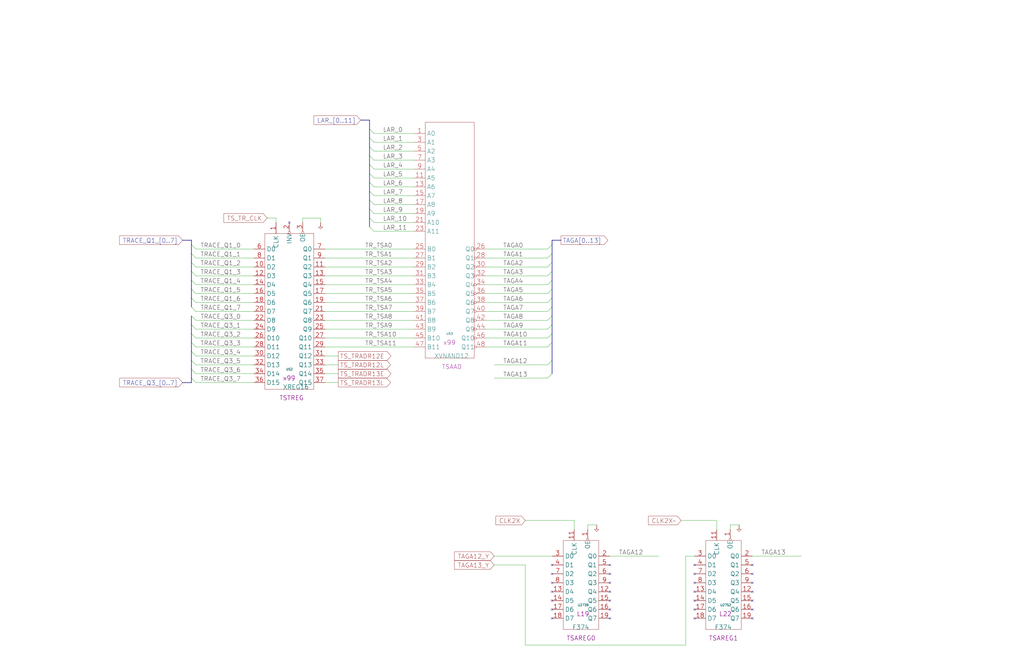
<source format=kicad_sch>
(kicad_sch (version 20221004) (generator eeschema)
  (paper "User" 584.2 378.46)
  (title_block (title "TAG STORE ADDRESS BUFFERS") (date "08-MAR-90") (rev "0.0") (comment 1 "MEM32 BOARD") (comment 2 "232-003066") (comment 3 "S400") (comment 4 "RELEASED"))
  (lib_symbols
    (symbol "r1000:F374" (pin_names (offset 1.016))
      (property "Reference" "U" (at 2.54 5.08 0))
      (property "Value" "F374" (at -3.81 -7.62 0))
      (property "Location" "___" (at -1.27 0 0))
      (property "Name" "______" (at 1.27 -15.24 0))
      (symbol "F374_1_1"
        (rectangle (start -8.89 41.91) (end 11.43 -8.89))
        (circle (center 5.08 42.545) (radius 0.635))
        (pin input line (at 5.08 48.26 270) (length 5.08) (name "OE") (number "1"))
        (pin input line (at -2.54 48.26 270) (length 6.35) (name "CLK") (number "11"))
        (pin tri_state line (at 17.78 12.7 180) (length 6.35) (name "Q4") (number "12"))
        (pin input line (at -15.24 12.7 0) (length 6.35) (name "D4") (number "13"))
        (pin input line (at -15.24 7.62 0) (length 6.35) (name "D5") (number "14"))
        (pin tri_state line (at 17.78 7.62 180) (length 6.35) (name "Q5") (number "15"))
        (pin tri_state line (at 17.78 2.54 180) (length 6.35) (name "Q6") (number "16"))
        (pin input line (at -15.24 2.54 0) (length 6.35) (name "D6") (number "17"))
        (pin input line (at -15.24 -2.54 0) (length 6.35) (name "D7") (number "18"))
        (pin tri_state line (at 17.78 -2.54 180) (length 6.35) (name "Q7") (number "19"))
        (pin tri_state line (at 17.78 33.02 180) (length 6.35) (name "Q0") (number "2"))
        (pin input line (at -15.24 33.02 0) (length 6.35) (name "D0") (number "3"))
        (pin input line (at -15.24 27.94 0) (length 6.35) (name "D1") (number "4"))
        (pin tri_state line (at 17.78 27.94 180) (length 6.35) (name "Q1") (number "5"))
        (pin tri_state line (at 17.78 22.86 180) (length 6.35) (name "Q2") (number "6"))
        (pin input line (at -15.24 22.86 0) (length 6.35) (name "D2") (number "7"))
        (pin input line (at -15.24 17.78 0) (length 6.35) (name "D3") (number "8"))
        (pin tri_state line (at 17.78 17.78 180) (length 6.35) (name "Q3") (number "9"))
      )
    )
    (symbol "r1000:PD" (power) (pin_numbers hide) (pin_names hide) (in_bom no)
      (symbol "PD_0_1"
        (polyline (pts (xy 0 -2.54) (xy 1.27 -2.54) (xy 0 -3.81) (xy -1.27 -2.54) (xy 0 -2.54)) (stroke (width 0.1524)))
      )
      (symbol "PD_1_1"
        (pin power_in line (at 0 0 270) (length 2.54) (name "PD") (number "1"))
      )
    )
    (symbol "r1000:XREG16" (pin_names (offset 1.016))
      (property "Reference" "U" (at 2.54 5.08 0))
      (property "Value" "XREG16" (at -1.27 -5.08 0))
      (property "Location" "___" (at -1.27 0 0))
      (property "Name" "______" (at 3.81 -12.7 0))
      (symbol "XREG16_1_1"
        (rectangle (start -11.43 82.55) (end 16.51 -6.35))
        (circle (center 2.54 83.185) (radius 0.635))
        (circle (center 10.16 83.185) (radius 0.635))
        (pin input line (at -5.08 88.9 270) (length 6.35) (name "CLK") (number "1"))
        (pin input line (at -17.78 63.5 0) (length 6.35) (name "D2") (number "10"))
        (pin tri_state line (at 22.86 63.5 180) (length 6.35) (name "Q2") (number "11"))
        (pin input line (at -17.78 58.42 0) (length 6.35) (name "D3") (number "12"))
        (pin tri_state line (at 22.86 58.42 180) (length 6.35) (name "Q3") (number "13"))
        (pin input line (at -17.78 53.34 0) (length 6.35) (name "D4") (number "14"))
        (pin tri_state line (at 22.86 53.34 180) (length 6.35) (name "Q4") (number "15"))
        (pin input line (at -17.78 48.26 0) (length 6.35) (name "D5") (number "16"))
        (pin tri_state line (at 22.86 48.26 180) (length 6.35) (name "Q5") (number "17"))
        (pin input line (at -17.78 43.18 0) (length 6.35) (name "D6") (number "18"))
        (pin tri_state line (at 22.86 43.18 180) (length 6.35) (name "Q6") (number "19"))
        (pin input line (at 2.54 88.9 270) (length 5.08) (name "INV") (number "2"))
        (pin input line (at -17.78 38.1 0) (length 6.35) (name "D7") (number "20"))
        (pin tri_state line (at 22.86 38.1 180) (length 6.35) (name "Q7") (number "21"))
        (pin input line (at -17.78 33.02 0) (length 6.35) (name "D8") (number "22"))
        (pin tri_state line (at 22.86 33.02 180) (length 6.35) (name "Q8") (number "23"))
        (pin input line (at -17.78 27.94 0) (length 6.35) (name "D9") (number "24"))
        (pin tri_state line (at 22.86 27.94 180) (length 6.35) (name "Q9") (number "25"))
        (pin input line (at -17.78 22.86 0) (length 6.35) (name "D10") (number "26"))
        (pin tri_state line (at 22.86 22.86 180) (length 6.35) (name "Q10") (number "27"))
        (pin input line (at -17.78 17.78 0) (length 6.35) (name "D11") (number "28"))
        (pin tri_state line (at 22.86 17.78 180) (length 6.35) (name "Q11") (number "29"))
        (pin input line (at 10.16 88.9 270) (length 5.08) (name "OE") (number "3"))
        (pin input line (at -17.78 12.7 0) (length 6.35) (name "D12") (number "30"))
        (pin tri_state line (at 22.86 12.7 180) (length 6.35) (name "Q12") (number "31"))
        (pin input line (at -17.78 7.62 0) (length 6.35) (name "D13") (number "32"))
        (pin tri_state line (at 22.86 7.62 180) (length 6.35) (name "Q13") (number "33"))
        (pin input line (at -17.78 2.54 0) (length 6.35) (name "D14") (number "34"))
        (pin tri_state line (at 22.86 2.54 180) (length 6.35) (name "Q14") (number "35"))
        (pin input line (at -17.78 -2.54 0) (length 6.35) (name "D15") (number "36"))
        (pin tri_state line (at 22.86 -2.54 180) (length 6.35) (name "Q15") (number "37"))
        (pin input line (at -17.78 73.66 0) (length 6.35) (name "D0") (number "6"))
        (pin tri_state line (at 22.86 73.66 180) (length 6.35) (name "Q0") (number "7"))
        (pin input line (at -17.78 68.58 0) (length 6.35) (name "D1") (number "8"))
        (pin tri_state line (at 22.86 68.58 180) (length 6.35) (name "Q1") (number "9"))
      )
    )
    (symbol "r1000:XVNAND12" (pin_names (offset 1.016))
      (property "Reference" "U" (at 2.54 5.08 0))
      (property "Value" "XVNAND12" (at -6.35 -7.62 0))
      (property "Location" "___" (at -1.27 0 0))
      (property "Name" "______" (at 3.81 -15.24 0))
      (symbol "XVNAND12_1_1"
        (rectangle (start -11.43 125.73) (end 16.51 -8.89))
        (circle (center 17.145 -2.54) (radius 0.635))
        (circle (center 17.145 2.54) (radius 0.635))
        (circle (center 17.145 7.62) (radius 0.635))
        (circle (center 17.145 12.7) (radius 0.635))
        (circle (center 17.145 17.78) (radius 0.635))
        (circle (center 17.145 22.86) (radius 0.635))
        (circle (center 17.145 27.94) (radius 0.635))
        (circle (center 17.145 33.02) (radius 0.635))
        (circle (center 17.145 38.1) (radius 0.635))
        (circle (center 17.145 43.18) (radius 0.635))
        (circle (center 17.145 48.26) (radius 0.635))
        (circle (center 17.145 53.34) (radius 0.635))
        (pin input line (at -17.78 119.38 0) (length 6.35) (name "A0") (number "1"))
        (pin input line (at -17.78 93.98 0) (length 6.35) (name "A5") (number "11"))
        (pin input line (at -17.78 88.9 0) (length 6.35) (name "A6") (number "13"))
        (pin input line (at -17.78 83.82 0) (length 6.35) (name "A7") (number "15"))
        (pin input line (at -17.78 78.74 0) (length 6.35) (name "A8") (number "17"))
        (pin input line (at -17.78 73.66 0) (length 6.35) (name "A9") (number "19"))
        (pin input line (at -17.78 68.58 0) (length 6.35) (name "A10") (number "21"))
        (pin input line (at -17.78 63.5 0) (length 6.35) (name "A11") (number "23"))
        (pin input line (at -17.78 53.34 0) (length 6.35) (name "B0") (number "25"))
        (pin output line (at 22.86 53.34 180) (length 5.08) (name "Q0") (number "26"))
        (pin input line (at -17.78 48.26 0) (length 6.35) (name "B1") (number "27"))
        (pin output line (at 22.86 48.26 180) (length 5.08) (name "Q1") (number "28"))
        (pin input line (at -17.78 43.18 0) (length 6.35) (name "B2") (number "29"))
        (pin input line (at -17.78 114.3 0) (length 6.35) (name "A1") (number "3"))
        (pin output line (at 22.86 43.18 180) (length 5.08) (name "Q2") (number "30"))
        (pin input line (at -17.78 38.1 0) (length 6.35) (name "B3") (number "31"))
        (pin output line (at 22.86 38.1 180) (length 5.08) (name "Q3") (number "32"))
        (pin input line (at -17.78 33.02 0) (length 6.35) (name "B4") (number "33"))
        (pin output line (at 22.86 33.02 180) (length 5.08) (name "Q4") (number "34"))
        (pin input line (at -17.78 27.94 0) (length 6.35) (name "B5") (number "35"))
        (pin output line (at 22.86 27.94 180) (length 5.08) (name "Q5") (number "36"))
        (pin input line (at -17.78 22.86 0) (length 6.35) (name "B6") (number "37"))
        (pin output line (at 22.86 22.86 180) (length 5.08) (name "Q6") (number "38"))
        (pin input line (at -17.78 17.78 0) (length 6.35) (name "B7") (number "39"))
        (pin output line (at 22.86 17.78 180) (length 5.08) (name "Q7") (number "40"))
        (pin input line (at -17.78 12.7 0) (length 6.35) (name "B8") (number "41"))
        (pin output line (at 22.86 12.7 180) (length 5.08) (name "Q8") (number "42"))
        (pin input line (at -17.78 7.62 0) (length 6.35) (name "B9") (number "43"))
        (pin output line (at 22.86 7.62 180) (length 5.08) (name "Q9") (number "44"))
        (pin input line (at -17.78 2.54 0) (length 6.35) (name "B10") (number "45"))
        (pin output line (at 22.86 2.54 180) (length 5.08) (name "Q10") (number "46"))
        (pin input line (at -17.78 -2.54 0) (length 6.35) (name "B11") (number "47"))
        (pin output line (at 22.86 -2.54 180) (length 5.08) (name "Q11") (number "48"))
        (pin input line (at -17.78 109.22 0) (length 6.35) (name "A2") (number "5"))
        (pin input line (at -17.78 104.14 0) (length 6.35) (name "A3") (number "7"))
        (pin input line (at -17.78 99.06 0) (length 6.35) (name "A4") (number "9"))
      )
    )
  )
  (no_connect (at 347.98 347.98))
  (no_connect (at 347.98 342.9))
  (no_connect (at 429.26 322.58))
  (no_connect (at 429.26 327.66))
  (no_connect (at 429.26 332.74))
  (no_connect (at 396.24 322.58))
  (no_connect (at 396.24 327.66))
  (no_connect (at 396.24 332.74))
  (no_connect (at 396.24 342.9))
  (no_connect (at 396.24 337.82))
  (no_connect (at 396.24 347.98))
  (no_connect (at 429.26 347.98))
  (no_connect (at 314.96 347.98))
  (no_connect (at 347.98 337.82))
  (no_connect (at 314.96 353.06))
  (no_connect (at 429.26 337.82))
  (no_connect (at 347.98 322.58))
  (no_connect (at 347.98 327.66))
  (no_connect (at 347.98 332.74))
  (no_connect (at 314.96 337.82))
  (no_connect (at 165.1 127))
  (no_connect (at 429.26 353.06))
  (no_connect (at 429.26 342.9))
  (no_connect (at 396.24 353.06))
  (no_connect (at 314.96 342.9))
  (no_connect (at 347.98 353.06))
  (no_connect (at 314.96 322.58))
  (no_connect (at 314.96 327.66))
  (no_connect (at 314.96 332.74))
  (bus_entry (at 314.96 149.86) (size -2.54 2.54))
  (bus_entry (at 314.96 213.36) (size -2.54 2.54))
  (bus_entry (at 109.22 170.18) (size 2.54 2.54))
  (bus_entry (at 210.82 78.74) (size 2.54 2.54))
  (bus_entry (at 109.22 195.58) (size 2.54 2.54))
  (bus_entry (at 210.82 109.22) (size 2.54 2.54))
  (bus_entry (at 314.96 144.78) (size -2.54 2.54))
  (bus_entry (at 109.22 190.5) (size 2.54 2.54))
  (bus_entry (at 109.22 185.42) (size 2.54 2.54))
  (bus_entry (at 210.82 73.66) (size 2.54 2.54))
  (bus_entry (at 109.22 210.82) (size 2.54 2.54))
  (bus_entry (at 210.82 88.9) (size 2.54 2.54))
  (bus_entry (at 109.22 165.1) (size 2.54 2.54))
  (bus_entry (at 314.96 180.34) (size -2.54 2.54))
  (bus_entry (at 210.82 119.38) (size 2.54 2.54))
  (bus_entry (at 314.96 190.5) (size -2.54 2.54))
  (bus_entry (at 314.96 165.1) (size -2.54 2.54))
  (bus_entry (at 109.22 154.94) (size 2.54 2.54))
  (bus_entry (at 314.96 154.94) (size -2.54 2.54))
  (bus_entry (at 109.22 175.26) (size 2.54 2.54))
  (bus_entry (at 210.82 99.06) (size 2.54 2.54))
  (bus_entry (at 109.22 144.78) (size 2.54 2.54))
  (bus_entry (at 314.96 205.74) (size -2.54 2.54))
  (bus_entry (at 314.96 185.42) (size -2.54 2.54))
  (bus_entry (at 314.96 170.18) (size -2.54 2.54))
  (bus_entry (at 210.82 93.98) (size 2.54 2.54))
  (bus_entry (at 314.96 195.58) (size -2.54 2.54))
  (bus_entry (at 109.22 160.02) (size 2.54 2.54))
  (bus_entry (at 109.22 205.74) (size 2.54 2.54))
  (bus_entry (at 314.96 160.02) (size -2.54 2.54))
  (bus_entry (at 109.22 149.86) (size 2.54 2.54))
  (bus_entry (at 314.96 139.7) (size -2.54 2.54))
  (bus_entry (at 109.22 180.34) (size 2.54 2.54))
  (bus_entry (at 210.82 104.14) (size 2.54 2.54))
  (bus_entry (at 109.22 215.9) (size 2.54 2.54))
  (bus_entry (at 210.82 83.82) (size 2.54 2.54))
  (bus_entry (at 109.22 200.66) (size 2.54 2.54))
  (bus_entry (at 210.82 129.54) (size 2.54 2.54))
  (bus_entry (at 109.22 139.7) (size 2.54 2.54))
  (bus_entry (at 314.96 175.26) (size -2.54 2.54))
  (bus_entry (at 210.82 124.46) (size 2.54 2.54))
  (bus_entry (at 210.82 114.3) (size 2.54 2.54))
  (bus (pts (xy 104.14 137.16) (xy 109.22 137.16)))
  (bus (pts (xy 320.04 137.16) (xy 314.96 137.16)))
  (wire (pts (xy 429.26 317.5) (xy 457.2 317.5)))
  (wire (pts (xy 182.88 127) (xy 182.88 124.46)))
  (wire (pts (xy 276.86 172.72) (xy 312.42 172.72)))
  (wire (pts (xy 111.76 167.64) (xy 144.78 167.64)))
  (wire (pts (xy 276.86 182.88) (xy 312.42 182.88)))
  (bus (pts (xy 109.22 160.02) (xy 109.22 165.1)))
  (bus (pts (xy 210.82 109.22) (xy 210.82 114.3)))
  (wire (pts (xy 111.76 142.24) (xy 144.78 142.24)))
  (bus (pts (xy 314.96 165.1) (xy 314.96 170.18)))
  (wire (pts (xy 276.86 162.56) (xy 312.42 162.56)))
  (wire (pts (xy 236.22 96.52) (xy 213.36 96.52)))
  (bus (pts (xy 210.82 93.98) (xy 210.82 99.06)))
  (wire (pts (xy 236.22 91.44) (xy 213.36 91.44)))
  (wire (pts (xy 111.76 157.48) (xy 144.78 157.48)))
  (wire (pts (xy 276.86 193.04) (xy 312.42 193.04)))
  (wire (pts (xy 111.76 187.96) (xy 144.78 187.96)))
  (bus (pts (xy 109.22 210.82) (xy 109.22 215.9)))
  (wire (pts (xy 281.94 317.5) (xy 314.96 317.5)))
  (wire (pts (xy 111.76 218.44) (xy 144.78 218.44)))
  (wire (pts (xy 276.86 177.8) (xy 312.42 177.8)))
  (wire (pts (xy 281.94 208.28) (xy 312.42 208.28)))
  (wire (pts (xy 236.22 111.76) (xy 213.36 111.76)))
  (wire (pts (xy 185.42 157.48) (xy 236.22 157.48)))
  (wire (pts (xy 185.42 152.4) (xy 236.22 152.4)))
  (wire (pts (xy 276.86 198.12) (xy 312.42 198.12)))
  (bus (pts (xy 109.22 144.78) (xy 109.22 149.86)))
  (wire (pts (xy 185.42 177.8) (xy 236.22 177.8)))
  (wire (pts (xy 111.76 198.12) (xy 144.78 198.12)))
  (wire (pts (xy 236.22 101.6) (xy 213.36 101.6)))
  (wire (pts (xy 111.76 152.4) (xy 144.78 152.4)))
  (wire (pts (xy 185.42 208.28) (xy 193.04 208.28)))
  (bus (pts (xy 314.96 185.42) (xy 314.96 190.5)))
  (bus (pts (xy 109.22 218.44) (xy 109.22 215.9)))
  (bus (pts (xy 205.74 68.58) (xy 210.82 68.58)))
  (wire (pts (xy 185.42 167.64) (xy 236.22 167.64)))
  (bus (pts (xy 109.22 195.58) (xy 109.22 200.66)))
  (wire (pts (xy 182.88 124.46) (xy 172.72 124.46)))
  (wire (pts (xy 276.86 152.4) (xy 312.42 152.4)))
  (bus (pts (xy 109.22 190.5) (xy 109.22 195.58)))
  (bus (pts (xy 210.82 78.74) (xy 210.82 83.82)))
  (wire (pts (xy 185.42 147.32) (xy 236.22 147.32)))
  (wire (pts (xy 276.86 147.32) (xy 312.42 147.32)))
  (wire (pts (xy 408.94 297.18) (xy 408.94 302.26)))
  (wire (pts (xy 185.42 198.12) (xy 236.22 198.12)))
  (bus (pts (xy 109.22 165.1) (xy 109.22 170.18)))
  (bus (pts (xy 109.22 205.74) (xy 109.22 210.82)))
  (wire (pts (xy 327.66 297.18) (xy 327.66 302.26)))
  (wire (pts (xy 276.86 167.64) (xy 312.42 167.64)))
  (bus (pts (xy 210.82 73.66) (xy 210.82 78.74)))
  (bus (pts (xy 210.82 68.58) (xy 210.82 73.66)))
  (bus (pts (xy 109.22 170.18) (xy 109.22 175.26)))
  (wire (pts (xy 185.42 203.2) (xy 193.04 203.2)))
  (bus (pts (xy 109.22 139.7) (xy 109.22 144.78)))
  (wire (pts (xy 111.76 162.56) (xy 144.78 162.56)))
  (wire (pts (xy 388.62 297.18) (xy 408.94 297.18)))
  (wire (pts (xy 236.22 132.08) (xy 213.36 132.08)))
  (bus (pts (xy 210.82 124.46) (xy 210.82 129.54)))
  (wire (pts (xy 185.42 213.36) (xy 193.04 213.36)))
  (wire (pts (xy 185.42 142.24) (xy 236.22 142.24)))
  (wire (pts (xy 157.48 124.46) (xy 157.48 127)))
  (wire (pts (xy 111.76 177.8) (xy 144.78 177.8)))
  (bus (pts (xy 314.96 149.86) (xy 314.96 154.94)))
  (wire (pts (xy 172.72 124.46) (xy 172.72 127)))
  (wire (pts (xy 185.42 172.72) (xy 236.22 172.72)))
  (wire (pts (xy 111.76 172.72) (xy 144.78 172.72)))
  (wire (pts (xy 185.42 182.88) (xy 236.22 182.88)))
  (wire (pts (xy 299.72 368.3) (xy 391.16 368.3)))
  (bus (pts (xy 109.22 154.94) (xy 109.22 160.02)))
  (bus (pts (xy 109.22 180.34) (xy 109.22 185.42)))
  (bus (pts (xy 109.22 149.86) (xy 109.22 154.94)))
  (bus (pts (xy 314.96 205.74) (xy 314.96 213.36)))
  (bus (pts (xy 109.22 200.66) (xy 109.22 205.74)))
  (wire (pts (xy 185.42 193.04) (xy 236.22 193.04)))
  (wire (pts (xy 111.76 203.2) (xy 144.78 203.2)))
  (bus (pts (xy 104.14 218.44) (xy 109.22 218.44)))
  (wire (pts (xy 391.16 317.5) (xy 396.24 317.5)))
  (wire (pts (xy 185.42 162.56) (xy 236.22 162.56)))
  (bus (pts (xy 314.96 195.58) (xy 314.96 205.74)))
  (wire (pts (xy 299.72 322.58) (xy 299.72 368.3)))
  (bus (pts (xy 314.96 175.26) (xy 314.96 180.34)))
  (wire (pts (xy 281.94 322.58) (xy 299.72 322.58)))
  (bus (pts (xy 210.82 104.14) (xy 210.82 109.22)))
  (wire (pts (xy 340.36 299.72) (xy 335.28 299.72)))
  (bus (pts (xy 210.82 99.06) (xy 210.82 104.14)))
  (bus (pts (xy 210.82 83.82) (xy 210.82 88.9)))
  (wire (pts (xy 276.86 142.24) (xy 312.42 142.24)))
  (wire (pts (xy 185.42 187.96) (xy 236.22 187.96)))
  (bus (pts (xy 314.96 154.94) (xy 314.96 160.02)))
  (bus (pts (xy 314.96 137.16) (xy 314.96 139.7)))
  (wire (pts (xy 236.22 121.92) (xy 213.36 121.92)))
  (wire (pts (xy 236.22 127) (xy 213.36 127)))
  (bus (pts (xy 109.22 185.42) (xy 109.22 190.5)))
  (bus (pts (xy 210.82 114.3) (xy 210.82 119.38)))
  (wire (pts (xy 299.72 297.18) (xy 327.66 297.18)))
  (wire (pts (xy 236.22 116.84) (xy 213.36 116.84)))
  (wire (pts (xy 185.42 218.44) (xy 193.04 218.44)))
  (wire (pts (xy 111.76 208.28) (xy 144.78 208.28)))
  (wire (pts (xy 236.22 86.36) (xy 213.36 86.36)))
  (bus (pts (xy 314.96 144.78) (xy 314.96 149.86)))
  (wire (pts (xy 111.76 182.88) (xy 144.78 182.88)))
  (bus (pts (xy 314.96 190.5) (xy 314.96 195.58)))
  (wire (pts (xy 281.94 215.9) (xy 312.42 215.9)))
  (bus (pts (xy 314.96 170.18) (xy 314.96 175.26)))
  (wire (pts (xy 236.22 76.2) (xy 213.36 76.2)))
  (wire (pts (xy 152.4 124.46) (xy 157.48 124.46)))
  (wire (pts (xy 347.98 317.5) (xy 375.92 317.5)))
  (wire (pts (xy 276.86 157.48) (xy 312.42 157.48)))
  (wire (pts (xy 416.56 299.72) (xy 416.56 302.26)))
  (bus (pts (xy 314.96 180.34) (xy 314.96 185.42)))
  (wire (pts (xy 391.16 317.5) (xy 391.16 368.3)))
  (wire (pts (xy 111.76 213.36) (xy 144.78 213.36)))
  (bus (pts (xy 109.22 137.16) (xy 109.22 139.7)))
  (wire (pts (xy 421.64 299.72) (xy 416.56 299.72)))
  (bus (pts (xy 314.96 139.7) (xy 314.96 144.78)))
  (bus (pts (xy 314.96 160.02) (xy 314.96 165.1)))
  (wire (pts (xy 335.28 299.72) (xy 335.28 302.26)))
  (wire (pts (xy 111.76 193.04) (xy 144.78 193.04)))
  (wire (pts (xy 236.22 81.28) (xy 213.36 81.28)))
  (wire (pts (xy 276.86 187.96) (xy 312.42 187.96)))
  (bus (pts (xy 210.82 88.9) (xy 210.82 93.98)))
  (wire (pts (xy 236.22 106.68) (xy 213.36 106.68)))
  (wire (pts (xy 111.76 147.32) (xy 144.78 147.32)))
  (bus (pts (xy 210.82 119.38) (xy 210.82 124.46)))
  (label "TR_TSA10" (at 208.28 193.04 0) (effects (font (size 2.54 2.54))))
  (label "TAGA12" (at 353.06 317.5 0) (effects (font (size 2.54 2.54))))
  (label "TAGA1" (at 287.02 147.32 0) (effects (font (size 2.54 2.54))))
  (label "TR_TSA7" (at 208.28 177.8 0) (effects (font (size 2.54 2.54))))
  (label "TAGA0" (at 287.02 142.24 0) (effects (font (size 2.54 2.54))))
  (label "TAGA11" (at 287.02 198.12 0) (effects (font (size 2.54 2.54))))
  (label "LAR_11" (at 218.44 132.08 0) (effects (font (size 2.54 2.54))))
  (label "TRACE_Q3_2" (at 114.3 193.04 0) (effects (font (size 2.54 2.54))))
  (label "TAGA3" (at 287.02 157.48 0) (effects (font (size 2.54 2.54))))
  (label "TRACE_Q1_2" (at 114.3 152.4 0) (effects (font (size 2.54 2.54))))
  (label "TRACE_Q1_3" (at 114.3 157.48 0) (effects (font (size 2.54 2.54))))
  (label "TAGA2" (at 287.02 152.4 0) (effects (font (size 2.54 2.54))))
  (label "LAR_7" (at 218.44 111.76 0) (effects (font (size 2.54 2.54))))
  (label "TR_TSA0" (at 208.28 142.24 0) (effects (font (size 2.54 2.54))))
  (label "LAR_2" (at 218.44 86.36 0) (effects (font (size 2.54 2.54))))
  (label "TR_TSA8" (at 208.28 182.88 0) (effects (font (size 2.54 2.54))))
  (label "TRACE_Q3_1" (at 114.3 187.96 0) (effects (font (size 2.54 2.54))))
  (label "TRACE_Q3_3" (at 114.3 198.12 0) (effects (font (size 2.54 2.54))))
  (label "TAGA4" (at 287.02 162.56 0) (effects (font (size 2.54 2.54))))
  (label "TAGA6" (at 287.02 172.72 0) (effects (font (size 2.54 2.54))))
  (label "TAGA13" (at 434.34 317.5 0) (effects (font (size 2.54 2.54))))
  (label "TR_TSA6" (at 208.28 172.72 0) (effects (font (size 2.54 2.54))))
  (label "LAR_6" (at 218.44 106.68 0) (effects (font (size 2.54 2.54))))
  (label "TAGA9" (at 287.02 187.96 0) (effects (font (size 2.54 2.54))))
  (label "LAR_8" (at 218.44 116.84 0) (effects (font (size 2.54 2.54))))
  (label "TAGA7" (at 287.02 177.8 0) (effects (font (size 2.54 2.54))))
  (label "TRACE_Q1_0" (at 114.3 142.24 0) (effects (font (size 2.54 2.54))))
  (label "TR_TSA2" (at 208.28 152.4 0) (effects (font (size 2.54 2.54))))
  (label "LAR_9" (at 218.44 121.92 0) (effects (font (size 2.54 2.54))))
  (label "TAGA12" (at 287.02 208.28 0) (effects (font (size 2.54 2.54))))
  (label "TR_TSA1" (at 208.28 147.32 0) (effects (font (size 2.54 2.54))))
  (label "TAGA13" (at 287.02 215.9 0) (effects (font (size 2.54 2.54))))
  (label "LAR_1" (at 218.44 81.28 0) (effects (font (size 2.54 2.54))))
  (label "TAGA10" (at 287.02 193.04 0) (effects (font (size 2.54 2.54))))
  (label "TR_TSA4" (at 208.28 162.56 0) (effects (font (size 2.54 2.54))))
  (label "LAR_10" (at 218.44 127 0) (effects (font (size 2.54 2.54))))
  (label "TRACE_Q3_7" (at 114.3 218.44 0) (effects (font (size 2.54 2.54))))
  (label "TAGA8" (at 287.02 182.88 0) (effects (font (size 2.54 2.54))))
  (label "TRACE_Q3_0" (at 114.3 182.88 0) (effects (font (size 2.54 2.54))))
  (label "TR_TSA9" (at 208.28 187.96 0) (effects (font (size 2.54 2.54))))
  (label "TRACE_Q1_1" (at 114.3 147.32 0) (effects (font (size 2.54 2.54))))
  (label "TRACE_Q1_4" (at 114.3 162.56 0) (effects (font (size 2.54 2.54))))
  (label "LAR_0" (at 218.44 76.2 0) (effects (font (size 2.54 2.54))))
  (label "TR_TSA11" (at 208.28 198.12 0) (effects (font (size 2.54 2.54))))
  (label "TRACE_Q3_6" (at 114.3 213.36 0) (effects (font (size 2.54 2.54))))
  (label "TR_TSA5" (at 208.28 167.64 0) (effects (font (size 2.54 2.54))))
  (label "TRACE_Q3_4" (at 114.3 203.2 0) (effects (font (size 2.54 2.54))))
  (label "TR_TSA3" (at 208.28 157.48 0) (effects (font (size 2.54 2.54))))
  (label "TRACE_Q1_5" (at 114.3 167.64 0) (effects (font (size 2.54 2.54))))
  (label "TRACE_Q1_6" (at 114.3 172.72 0) (effects (font (size 2.54 2.54))))
  (label "TAGA5" (at 287.02 167.64 0) (effects (font (size 2.54 2.54))))
  (label "LAR_4" (at 218.44 96.52 0) (effects (font (size 2.54 2.54))))
  (label "TRACE_Q3_5" (at 114.3 208.28 0) (effects (font (size 2.54 2.54))))
  (label "LAR_5" (at 218.44 101.6 0) (effects (font (size 2.54 2.54))))
  (label "LAR_3" (at 218.44 91.44 0) (effects (font (size 2.54 2.54))))
  (label "TRACE_Q1_7" (at 114.3 177.8 0) (effects (font (size 2.54 2.54))))
  (global_label "TS_TRADR13L" (shape output) (at 193.04 218.44 0) (effects (font (size 2.54 2.54))) (property "Intersheet References" "${INTERSHEET_REFS}" (at 222.7822 218.2813 0) (effects (font (size 1.905 1.905)) (justify left))))
  (global_label "TAGA12_Y" (shape input) (at 281.94 317.5 180) (effects (font (size 2.54 2.54))) (property "Intersheet References" "${INTERSHEET_REFS}" (at 259.334 317.3413 0) (effects (font (size 1.905 1.905)) (justify right))))
  (global_label "TS_TRADR12E" (shape output) (at 193.04 203.2 0) (effects (font (size 2.54 2.54))) (property "Intersheet References" "${INTERSHEET_REFS}" (at 223.0241 203.0413 0) (effects (font (size 1.905 1.905)) (justify left))))
  (global_label "TRACE_Q3_[0..7]" (shape input) (at 104.14 218.44 180) (effects (font (size 2.54 2.54))) (property "Intersheet References" "${INTERSHEET_REFS}" (at 68.2292 218.2813 0) (effects (font (size 1.905 1.905)) (justify right))))
  (global_label "TS_TRADR13E" (shape output) (at 193.04 213.36 0) (effects (font (size 2.54 2.54))) (property "Intersheet References" "${INTERSHEET_REFS}" (at 223.0241 213.2013 0) (effects (font (size 1.905 1.905)) (justify left))))
  (global_label "CLK2X" (shape input) (at 299.72 297.18 180) (effects (font (size 2.54 2.54))) (property "Intersheet References" "${INTERSHEET_REFS}" (at 276.0254 297.0213 0) (effects (font (size 1.905 1.905)) (justify right))))
  (global_label "TS_TRADR12L" (shape output) (at 193.04 208.28 0) (effects (font (size 2.54 2.54))) (property "Intersheet References" "${INTERSHEET_REFS}" (at 222.7822 208.1213 0) (effects (font (size 1.905 1.905)) (justify left))))
  (global_label "CLK2X~" (shape input) (at 388.62 297.18 180) (effects (font (size 2.54 2.54))) (property "Intersheet References" "${INTERSHEET_REFS}" (at 365.0464 297.0213 0) (effects (font (size 1.905 1.905)) (justify right))))
  (global_label "TAGA[0..13]" (shape output) (at 320.04 137.16 0) (effects (font (size 2.54 2.54))) (property "Intersheet References" "${INTERSHEET_REFS}" (at 351.3546 137.0013 0) (effects (font (size 1.905 1.905)) (justify left))))
  (global_label "TRACE_Q1_[0..7]" (shape input) (at 104.14 137.16 180) (effects (font (size 2.54 2.54))) (property "Intersheet References" "${INTERSHEET_REFS}" (at 68.2292 137.0013 0) (effects (font (size 1.905 1.905)) (justify right))))
  (global_label "TAGA13_Y" (shape input) (at 281.94 322.58 180) (effects (font (size 2.54 2.54))) (property "Intersheet References" "${INTERSHEET_REFS}" (at 259.334 322.4213 0) (effects (font (size 1.905 1.905)) (justify right))))
  (global_label "LAR_[0..11]" (shape input) (at 205.74 68.58 180) (effects (font (size 2.54 2.54))) (property "Intersheet References" "${INTERSHEET_REFS}" (at 179.1426 68.4213 0) (effects (font (size 1.905 1.905)) (justify right))))
  (global_label "TS_TR_CLK" (shape input) (at 152.4 124.46 180) (effects (font (size 2.54 2.54))) (property "Intersheet References" "${INTERSHEET_REFS}" (at 127.7378 124.3013 0) (effects (font (size 1.905 1.905)) (justify right))))
  (symbol (lib_id "r1000:F374") (at 330.2 350.52 0) (unit 1)
    (property "Reference" "U2739" (at 332.74 345.44 0))
    (property "Value" "F374" (at 326.39 358.14 0) (effects (font (size 2.54 2.54)) (justify left)))
    (property "Location" "L19" (at 328.93 350.52 0) (effects (font (size 2.54 2.54)) (justify left)))
    (property "Name" "TSAREG0" (at 331.47 365.76 0) (effects (font (size 2.54 2.54)) (justify bottom)))
  )
  (symbol (lib_id "r1000:PD") (at 340.36 299.72 0) (unit 1) (in_bom no)
    (property "Reference" "#PWR0176" (effects hide))
    (property "Value" "PD" (effects hide))
  )
  (symbol (lib_id "r1000:PD") (at 421.64 299.72 0) (unit 1) (in_bom no)
    (property "Reference" "#PWR0177" (effects hide))
    (property "Value" "PD" (effects hide))
  )
  (symbol (lib_id "r1000:F374") (at 411.48 350.52 0) (unit 1)
    (property "Reference" "U2752" (at 414.02 345.44 0))
    (property "Value" "F374" (at 407.67 358.14 0) (effects (font (size 2.54 2.54)) (justify left)))
    (property "Location" "L22" (at 410.21 350.52 0) (effects (font (size 2.54 2.54)) (justify left)))
    (property "Name" "TSAREG1" (at 412.75 365.76 0) (effects (font (size 2.54 2.54)) (justify bottom)))
  )
  (symbol (lib_id "r1000:PD") (at 182.88 127 0) (unit 1) (in_bom no)
    (property "Reference" "#PWR02702" (effects hide))
    (property "Value" "PD" (effects hide))
  )
  (symbol (lib_id "r1000:XVNAND12") (at 254 195.58 0) (unit 1)
    (property "Reference" "U53" (at 256.54 190.5 0))
    (property "Value" "XVNAND12" (at 247.65 203.2 0) (effects (font (size 2.54 2.54)) (justify left)))
    (property "Location" "x99" (at 252.73 195.58 0) (effects (font (size 2.54 2.54)) (justify left)))
    (property "Name" "TSAAD" (at 257.81 210.82 0) (effects (font (size 2.54 2.54)) (justify bottom)))
  )
  (symbol (lib_id "r1000:XREG16") (at 162.56 215.9 0) (unit 1)
    (property "Reference" "U52" (at 165.1 210.82 0))
    (property "Value" "XREG16" (at 161.29 220.98 0) (effects (font (size 2.54 2.54)) (justify left)))
    (property "Location" "x99" (at 161.29 215.9 0) (effects (font (size 2.54 2.54)) (justify left)))
    (property "Name" "TSTREG" (at 166.37 228.6 0) (effects (font (size 2.54 2.54)) (justify bottom)))
  )
)
</source>
